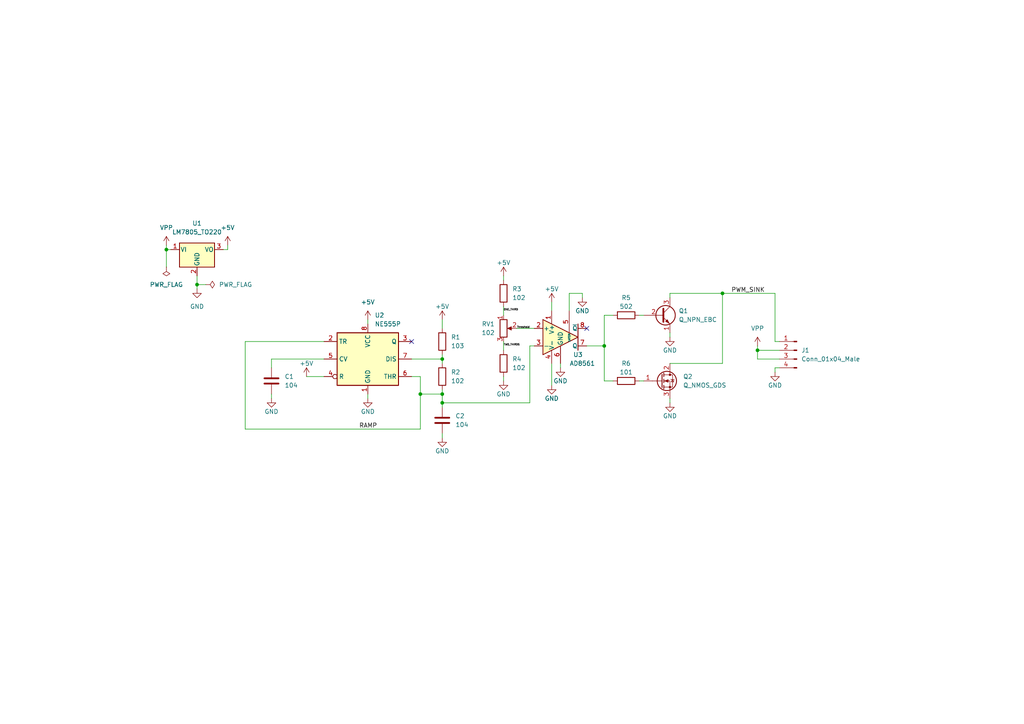
<source format=kicad_sch>
(kicad_sch (version 20211123) (generator eeschema)

  (uuid e63e39d7-6ac0-4ffd-8aa3-1841a4541b55)

  (paper "A4")

  (lib_symbols
    (symbol "Comparator:AD8561" (pin_names (offset 0.127)) (in_bom yes) (on_board yes)
      (property "Reference" "U" (id 0) (at 3.81 6.35 0)
        (effects (font (size 1.27 1.27)))
      )
      (property "Value" "AD8561" (id 1) (at 3.81 -5.08 0)
        (effects (font (size 1.27 1.27)))
      )
      (property "Footprint" "" (id 2) (at 0 0 0)
        (effects (font (size 1.27 1.27)) hide)
      )
      (property "Datasheet" "https://www.analog.com/media/en/technical-documentation/data-sheets/ad8561.pdf" (id 3) (at 0 0 0)
        (effects (font (size 1.27 1.27)) hide)
      )
      (property "ki_keywords" "cmp complementary push-pull" (id 4) (at 0 0 0)
        (effects (font (size 1.27 1.27)) hide)
      )
      (property "ki_description" "Ultrafast 7 ns Single Supply Comparator, DIP-8/SOIC-8/TSSOP-8" (id 5) (at 0 0 0)
        (effects (font (size 1.27 1.27)) hide)
      )
      (property "ki_fp_filters" "SOIC*3.9x4.9mm*P1.27mm* TSSOP*4.4x3mm*P0.65mm* DIP*W7.62mm*" (id 6) (at 0 0 0)
        (effects (font (size 1.27 1.27)) hide)
      )
      (symbol "AD8561_0_1"
        (polyline
          (pts
            (xy 5.08 3.81)
            (xy 5.08 -3.81)
          )
          (stroke (width 0.254) (type default) (color 0 0 0 0))
          (fill (type none))
        )
        (polyline
          (pts
            (xy -5.08 5.08)
            (xy 5.08 0)
            (xy -5.08 -5.08)
            (xy -5.08 5.08)
          )
          (stroke (width 0.254) (type default) (color 0 0 0 0))
          (fill (type background))
        )
      )
      (symbol "AD8561_1_1"
        (pin power_in line (at -2.54 7.62 270) (length 3.81)
          (name "V+" (effects (font (size 1.27 1.27))))
          (number "1" (effects (font (size 1.27 1.27))))
        )
        (pin input line (at -7.62 2.54 0) (length 2.54)
          (name "+" (effects (font (size 1.27 1.27))))
          (number "2" (effects (font (size 1.27 1.27))))
        )
        (pin input line (at -7.62 -2.54 0) (length 2.54)
          (name "-" (effects (font (size 1.27 1.27))))
          (number "3" (effects (font (size 1.27 1.27))))
        )
        (pin power_in line (at -2.54 -7.62 90) (length 3.81)
          (name "V-" (effects (font (size 1.27 1.27))))
          (number "4" (effects (font (size 1.27 1.27))))
        )
        (pin input line (at 2.54 7.62 270) (length 6.35)
          (name "LATCH" (effects (font (size 0.508 0.508))))
          (number "5" (effects (font (size 1.27 1.27))))
        )
        (pin power_in line (at 0 -7.62 90) (length 5.08)
          (name "GND" (effects (font (size 1.27 1.27))))
          (number "6" (effects (font (size 1.27 1.27))))
        )
        (pin output line (at 7.62 -2.54 180) (length 2.54)
          (name "Q" (effects (font (size 1.27 1.27))))
          (number "7" (effects (font (size 1.27 1.27))))
        )
        (pin output line (at 7.62 2.54 180) (length 2.54)
          (name "~{Q}" (effects (font (size 1.27 1.27))))
          (number "8" (effects (font (size 1.27 1.27))))
        )
      )
    )
    (symbol "Connector:Conn_01x04_Male" (pin_names (offset 1.016) hide) (in_bom yes) (on_board yes)
      (property "Reference" "J" (id 0) (at 0 5.08 0)
        (effects (font (size 1.27 1.27)))
      )
      (property "Value" "Conn_01x04_Male" (id 1) (at 0 -7.62 0)
        (effects (font (size 1.27 1.27)))
      )
      (property "Footprint" "" (id 2) (at 0 0 0)
        (effects (font (size 1.27 1.27)) hide)
      )
      (property "Datasheet" "~" (id 3) (at 0 0 0)
        (effects (font (size 1.27 1.27)) hide)
      )
      (property "ki_keywords" "connector" (id 4) (at 0 0 0)
        (effects (font (size 1.27 1.27)) hide)
      )
      (property "ki_description" "Generic connector, single row, 01x04, script generated (kicad-library-utils/schlib/autogen/connector/)" (id 5) (at 0 0 0)
        (effects (font (size 1.27 1.27)) hide)
      )
      (property "ki_fp_filters" "Connector*:*_1x??_*" (id 6) (at 0 0 0)
        (effects (font (size 1.27 1.27)) hide)
      )
      (symbol "Conn_01x04_Male_1_1"
        (polyline
          (pts
            (xy 1.27 -5.08)
            (xy 0.8636 -5.08)
          )
          (stroke (width 0.1524) (type default) (color 0 0 0 0))
          (fill (type none))
        )
        (polyline
          (pts
            (xy 1.27 -2.54)
            (xy 0.8636 -2.54)
          )
          (stroke (width 0.1524) (type default) (color 0 0 0 0))
          (fill (type none))
        )
        (polyline
          (pts
            (xy 1.27 0)
            (xy 0.8636 0)
          )
          (stroke (width 0.1524) (type default) (color 0 0 0 0))
          (fill (type none))
        )
        (polyline
          (pts
            (xy 1.27 2.54)
            (xy 0.8636 2.54)
          )
          (stroke (width 0.1524) (type default) (color 0 0 0 0))
          (fill (type none))
        )
        (rectangle (start 0.8636 -4.953) (end 0 -5.207)
          (stroke (width 0.1524) (type default) (color 0 0 0 0))
          (fill (type outline))
        )
        (rectangle (start 0.8636 -2.413) (end 0 -2.667)
          (stroke (width 0.1524) (type default) (color 0 0 0 0))
          (fill (type outline))
        )
        (rectangle (start 0.8636 0.127) (end 0 -0.127)
          (stroke (width 0.1524) (type default) (color 0 0 0 0))
          (fill (type outline))
        )
        (rectangle (start 0.8636 2.667) (end 0 2.413)
          (stroke (width 0.1524) (type default) (color 0 0 0 0))
          (fill (type outline))
        )
        (pin passive line (at 5.08 2.54 180) (length 3.81)
          (name "Pin_1" (effects (font (size 1.27 1.27))))
          (number "1" (effects (font (size 1.27 1.27))))
        )
        (pin passive line (at 5.08 0 180) (length 3.81)
          (name "Pin_2" (effects (font (size 1.27 1.27))))
          (number "2" (effects (font (size 1.27 1.27))))
        )
        (pin passive line (at 5.08 -2.54 180) (length 3.81)
          (name "Pin_3" (effects (font (size 1.27 1.27))))
          (number "3" (effects (font (size 1.27 1.27))))
        )
        (pin passive line (at 5.08 -5.08 180) (length 3.81)
          (name "Pin_4" (effects (font (size 1.27 1.27))))
          (number "4" (effects (font (size 1.27 1.27))))
        )
      )
    )
    (symbol "Device:C" (pin_numbers hide) (pin_names (offset 0.254)) (in_bom yes) (on_board yes)
      (property "Reference" "C" (id 0) (at 0.635 2.54 0)
        (effects (font (size 1.27 1.27)) (justify left))
      )
      (property "Value" "C" (id 1) (at 0.635 -2.54 0)
        (effects (font (size 1.27 1.27)) (justify left))
      )
      (property "Footprint" "" (id 2) (at 0.9652 -3.81 0)
        (effects (font (size 1.27 1.27)) hide)
      )
      (property "Datasheet" "~" (id 3) (at 0 0 0)
        (effects (font (size 1.27 1.27)) hide)
      )
      (property "ki_keywords" "cap capacitor" (id 4) (at 0 0 0)
        (effects (font (size 1.27 1.27)) hide)
      )
      (property "ki_description" "Unpolarized capacitor" (id 5) (at 0 0 0)
        (effects (font (size 1.27 1.27)) hide)
      )
      (property "ki_fp_filters" "C_*" (id 6) (at 0 0 0)
        (effects (font (size 1.27 1.27)) hide)
      )
      (symbol "C_0_1"
        (polyline
          (pts
            (xy -2.032 -0.762)
            (xy 2.032 -0.762)
          )
          (stroke (width 0.508) (type default) (color 0 0 0 0))
          (fill (type none))
        )
        (polyline
          (pts
            (xy -2.032 0.762)
            (xy 2.032 0.762)
          )
          (stroke (width 0.508) (type default) (color 0 0 0 0))
          (fill (type none))
        )
      )
      (symbol "C_1_1"
        (pin passive line (at 0 3.81 270) (length 2.794)
          (name "~" (effects (font (size 1.27 1.27))))
          (number "1" (effects (font (size 1.27 1.27))))
        )
        (pin passive line (at 0 -3.81 90) (length 2.794)
          (name "~" (effects (font (size 1.27 1.27))))
          (number "2" (effects (font (size 1.27 1.27))))
        )
      )
    )
    (symbol "Device:Q_NMOS_GDS" (pin_names (offset 0) hide) (in_bom yes) (on_board yes)
      (property "Reference" "Q" (id 0) (at 5.08 1.27 0)
        (effects (font (size 1.27 1.27)) (justify left))
      )
      (property "Value" "Q_NMOS_GDS" (id 1) (at 5.08 -1.27 0)
        (effects (font (size 1.27 1.27)) (justify left))
      )
      (property "Footprint" "" (id 2) (at 5.08 2.54 0)
        (effects (font (size 1.27 1.27)) hide)
      )
      (property "Datasheet" "~" (id 3) (at 0 0 0)
        (effects (font (size 1.27 1.27)) hide)
      )
      (property "ki_keywords" "transistor NMOS N-MOS N-MOSFET" (id 4) (at 0 0 0)
        (effects (font (size 1.27 1.27)) hide)
      )
      (property "ki_description" "N-MOSFET transistor, gate/drain/source" (id 5) (at 0 0 0)
        (effects (font (size 1.27 1.27)) hide)
      )
      (symbol "Q_NMOS_GDS_0_1"
        (polyline
          (pts
            (xy 0.254 0)
            (xy -2.54 0)
          )
          (stroke (width 0) (type default) (color 0 0 0 0))
          (fill (type none))
        )
        (polyline
          (pts
            (xy 0.254 1.905)
            (xy 0.254 -1.905)
          )
          (stroke (width 0.254) (type default) (color 0 0 0 0))
          (fill (type none))
        )
        (polyline
          (pts
            (xy 0.762 -1.27)
            (xy 0.762 -2.286)
          )
          (stroke (width 0.254) (type default) (color 0 0 0 0))
          (fill (type none))
        )
        (polyline
          (pts
            (xy 0.762 0.508)
            (xy 0.762 -0.508)
          )
          (stroke (width 0.254) (type default) (color 0 0 0 0))
          (fill (type none))
        )
        (polyline
          (pts
            (xy 0.762 2.286)
            (xy 0.762 1.27)
          )
          (stroke (width 0.254) (type default) (color 0 0 0 0))
          (fill (type none))
        )
        (polyline
          (pts
            (xy 2.54 2.54)
            (xy 2.54 1.778)
          )
          (stroke (width 0) (type default) (color 0 0 0 0))
          (fill (type none))
        )
        (polyline
          (pts
            (xy 2.54 -2.54)
            (xy 2.54 0)
            (xy 0.762 0)
          )
          (stroke (width 0) (type default) (color 0 0 0 0))
          (fill (type none))
        )
        (polyline
          (pts
            (xy 0.762 -1.778)
            (xy 3.302 -1.778)
            (xy 3.302 1.778)
            (xy 0.762 1.778)
          )
          (stroke (width 0) (type default) (color 0 0 0 0))
          (fill (type none))
        )
        (polyline
          (pts
            (xy 1.016 0)
            (xy 2.032 0.381)
            (xy 2.032 -0.381)
            (xy 1.016 0)
          )
          (stroke (width 0) (type default) (color 0 0 0 0))
          (fill (type outline))
        )
        (polyline
          (pts
            (xy 2.794 0.508)
            (xy 2.921 0.381)
            (xy 3.683 0.381)
            (xy 3.81 0.254)
          )
          (stroke (width 0) (type default) (color 0 0 0 0))
          (fill (type none))
        )
        (polyline
          (pts
            (xy 3.302 0.381)
            (xy 2.921 -0.254)
            (xy 3.683 -0.254)
            (xy 3.302 0.381)
          )
          (stroke (width 0) (type default) (color 0 0 0 0))
          (fill (type none))
        )
        (circle (center 1.651 0) (radius 2.794)
          (stroke (width 0.254) (type default) (color 0 0 0 0))
          (fill (type none))
        )
        (circle (center 2.54 -1.778) (radius 0.254)
          (stroke (width 0) (type default) (color 0 0 0 0))
          (fill (type outline))
        )
        (circle (center 2.54 1.778) (radius 0.254)
          (stroke (width 0) (type default) (color 0 0 0 0))
          (fill (type outline))
        )
      )
      (symbol "Q_NMOS_GDS_1_1"
        (pin input line (at -5.08 0 0) (length 2.54)
          (name "G" (effects (font (size 1.27 1.27))))
          (number "1" (effects (font (size 1.27 1.27))))
        )
        (pin passive line (at 2.54 5.08 270) (length 2.54)
          (name "D" (effects (font (size 1.27 1.27))))
          (number "2" (effects (font (size 1.27 1.27))))
        )
        (pin passive line (at 2.54 -5.08 90) (length 2.54)
          (name "S" (effects (font (size 1.27 1.27))))
          (number "3" (effects (font (size 1.27 1.27))))
        )
      )
    )
    (symbol "Device:Q_NPN_EBC" (pin_names (offset 0) hide) (in_bom yes) (on_board yes)
      (property "Reference" "Q" (id 0) (at 5.08 1.27 0)
        (effects (font (size 1.27 1.27)) (justify left))
      )
      (property "Value" "Q_NPN_EBC" (id 1) (at 5.08 -1.27 0)
        (effects (font (size 1.27 1.27)) (justify left))
      )
      (property "Footprint" "" (id 2) (at 5.08 2.54 0)
        (effects (font (size 1.27 1.27)) hide)
      )
      (property "Datasheet" "~" (id 3) (at 0 0 0)
        (effects (font (size 1.27 1.27)) hide)
      )
      (property "ki_keywords" "transistor NPN" (id 4) (at 0 0 0)
        (effects (font (size 1.27 1.27)) hide)
      )
      (property "ki_description" "NPN transistor, emitter/base/collector" (id 5) (at 0 0 0)
        (effects (font (size 1.27 1.27)) hide)
      )
      (symbol "Q_NPN_EBC_0_1"
        (polyline
          (pts
            (xy 0.635 0.635)
            (xy 2.54 2.54)
          )
          (stroke (width 0) (type default) (color 0 0 0 0))
          (fill (type none))
        )
        (polyline
          (pts
            (xy 0.635 -0.635)
            (xy 2.54 -2.54)
            (xy 2.54 -2.54)
          )
          (stroke (width 0) (type default) (color 0 0 0 0))
          (fill (type none))
        )
        (polyline
          (pts
            (xy 0.635 1.905)
            (xy 0.635 -1.905)
            (xy 0.635 -1.905)
          )
          (stroke (width 0.508) (type default) (color 0 0 0 0))
          (fill (type none))
        )
        (polyline
          (pts
            (xy 1.27 -1.778)
            (xy 1.778 -1.27)
            (xy 2.286 -2.286)
            (xy 1.27 -1.778)
            (xy 1.27 -1.778)
          )
          (stroke (width 0) (type default) (color 0 0 0 0))
          (fill (type outline))
        )
        (circle (center 1.27 0) (radius 2.8194)
          (stroke (width 0.254) (type default) (color 0 0 0 0))
          (fill (type none))
        )
      )
      (symbol "Q_NPN_EBC_1_1"
        (pin passive line (at 2.54 -5.08 90) (length 2.54)
          (name "E" (effects (font (size 1.27 1.27))))
          (number "1" (effects (font (size 1.27 1.27))))
        )
        (pin passive line (at -5.08 0 0) (length 5.715)
          (name "B" (effects (font (size 1.27 1.27))))
          (number "2" (effects (font (size 1.27 1.27))))
        )
        (pin passive line (at 2.54 5.08 270) (length 2.54)
          (name "C" (effects (font (size 1.27 1.27))))
          (number "3" (effects (font (size 1.27 1.27))))
        )
      )
    )
    (symbol "Device:R" (pin_numbers hide) (pin_names (offset 0)) (in_bom yes) (on_board yes)
      (property "Reference" "R" (id 0) (at 2.032 0 90)
        (effects (font (size 1.27 1.27)))
      )
      (property "Value" "R" (id 1) (at 0 0 90)
        (effects (font (size 1.27 1.27)))
      )
      (property "Footprint" "" (id 2) (at -1.778 0 90)
        (effects (font (size 1.27 1.27)) hide)
      )
      (property "Datasheet" "~" (id 3) (at 0 0 0)
        (effects (font (size 1.27 1.27)) hide)
      )
      (property "ki_keywords" "R res resistor" (id 4) (at 0 0 0)
        (effects (font (size 1.27 1.27)) hide)
      )
      (property "ki_description" "Resistor" (id 5) (at 0 0 0)
        (effects (font (size 1.27 1.27)) hide)
      )
      (property "ki_fp_filters" "R_*" (id 6) (at 0 0 0)
        (effects (font (size 1.27 1.27)) hide)
      )
      (symbol "R_0_1"
        (rectangle (start -1.016 -2.54) (end 1.016 2.54)
          (stroke (width 0.254) (type default) (color 0 0 0 0))
          (fill (type none))
        )
      )
      (symbol "R_1_1"
        (pin passive line (at 0 3.81 270) (length 1.27)
          (name "~" (effects (font (size 1.27 1.27))))
          (number "1" (effects (font (size 1.27 1.27))))
        )
        (pin passive line (at 0 -3.81 90) (length 1.27)
          (name "~" (effects (font (size 1.27 1.27))))
          (number "2" (effects (font (size 1.27 1.27))))
        )
      )
    )
    (symbol "Device:R_Potentiometer" (pin_names (offset 1.016) hide) (in_bom yes) (on_board yes)
      (property "Reference" "RV" (id 0) (at -4.445 0 90)
        (effects (font (size 1.27 1.27)))
      )
      (property "Value" "R_Potentiometer" (id 1) (at -2.54 0 90)
        (effects (font (size 1.27 1.27)))
      )
      (property "Footprint" "" (id 2) (at 0 0 0)
        (effects (font (size 1.27 1.27)) hide)
      )
      (property "Datasheet" "~" (id 3) (at 0 0 0)
        (effects (font (size 1.27 1.27)) hide)
      )
      (property "ki_keywords" "resistor variable" (id 4) (at 0 0 0)
        (effects (font (size 1.27 1.27)) hide)
      )
      (property "ki_description" "Potentiometer" (id 5) (at 0 0 0)
        (effects (font (size 1.27 1.27)) hide)
      )
      (property "ki_fp_filters" "Potentiometer*" (id 6) (at 0 0 0)
        (effects (font (size 1.27 1.27)) hide)
      )
      (symbol "R_Potentiometer_0_1"
        (polyline
          (pts
            (xy 2.54 0)
            (xy 1.524 0)
          )
          (stroke (width 0) (type default) (color 0 0 0 0))
          (fill (type none))
        )
        (polyline
          (pts
            (xy 1.143 0)
            (xy 2.286 0.508)
            (xy 2.286 -0.508)
            (xy 1.143 0)
          )
          (stroke (width 0) (type default) (color 0 0 0 0))
          (fill (type outline))
        )
        (rectangle (start 1.016 2.54) (end -1.016 -2.54)
          (stroke (width 0.254) (type default) (color 0 0 0 0))
          (fill (type none))
        )
      )
      (symbol "R_Potentiometer_1_1"
        (pin passive line (at 0 3.81 270) (length 1.27)
          (name "1" (effects (font (size 1.27 1.27))))
          (number "1" (effects (font (size 1.27 1.27))))
        )
        (pin passive line (at 3.81 0 180) (length 1.27)
          (name "2" (effects (font (size 1.27 1.27))))
          (number "2" (effects (font (size 1.27 1.27))))
        )
        (pin passive line (at 0 -3.81 90) (length 1.27)
          (name "3" (effects (font (size 1.27 1.27))))
          (number "3" (effects (font (size 1.27 1.27))))
        )
      )
    )
    (symbol "Regulator_Linear:LM7805_TO220" (pin_names (offset 0.254)) (in_bom yes) (on_board yes)
      (property "Reference" "U" (id 0) (at -3.81 3.175 0)
        (effects (font (size 1.27 1.27)))
      )
      (property "Value" "LM7805_TO220" (id 1) (at 0 3.175 0)
        (effects (font (size 1.27 1.27)) (justify left))
      )
      (property "Footprint" "Package_TO_SOT_THT:TO-220-3_Vertical" (id 2) (at 0 5.715 0)
        (effects (font (size 1.27 1.27) italic) hide)
      )
      (property "Datasheet" "https://www.onsemi.cn/PowerSolutions/document/MC7800-D.PDF" (id 3) (at 0 -1.27 0)
        (effects (font (size 1.27 1.27)) hide)
      )
      (property "ki_keywords" "Voltage Regulator 1A Positive" (id 4) (at 0 0 0)
        (effects (font (size 1.27 1.27)) hide)
      )
      (property "ki_description" "Positive 1A 35V Linear Regulator, Fixed Output 5V, TO-220" (id 5) (at 0 0 0)
        (effects (font (size 1.27 1.27)) hide)
      )
      (property "ki_fp_filters" "TO?220*" (id 6) (at 0 0 0)
        (effects (font (size 1.27 1.27)) hide)
      )
      (symbol "LM7805_TO220_0_1"
        (rectangle (start -5.08 1.905) (end 5.08 -5.08)
          (stroke (width 0.254) (type default) (color 0 0 0 0))
          (fill (type background))
        )
      )
      (symbol "LM7805_TO220_1_1"
        (pin power_in line (at -7.62 0 0) (length 2.54)
          (name "VI" (effects (font (size 1.27 1.27))))
          (number "1" (effects (font (size 1.27 1.27))))
        )
        (pin power_in line (at 0 -7.62 90) (length 2.54)
          (name "GND" (effects (font (size 1.27 1.27))))
          (number "2" (effects (font (size 1.27 1.27))))
        )
        (pin power_out line (at 7.62 0 180) (length 2.54)
          (name "VO" (effects (font (size 1.27 1.27))))
          (number "3" (effects (font (size 1.27 1.27))))
        )
      )
    )
    (symbol "Timer:NE555P" (in_bom yes) (on_board yes)
      (property "Reference" "U" (id 0) (at -10.16 8.89 0)
        (effects (font (size 1.27 1.27)) (justify left))
      )
      (property "Value" "NE555P" (id 1) (at 2.54 8.89 0)
        (effects (font (size 1.27 1.27)) (justify left))
      )
      (property "Footprint" "Package_DIP:DIP-8_W7.62mm" (id 2) (at 16.51 -10.16 0)
        (effects (font (size 1.27 1.27)) hide)
      )
      (property "Datasheet" "http://www.ti.com/lit/ds/symlink/ne555.pdf" (id 3) (at 21.59 -10.16 0)
        (effects (font (size 1.27 1.27)) hide)
      )
      (property "ki_keywords" "single timer 555" (id 4) (at 0 0 0)
        (effects (font (size 1.27 1.27)) hide)
      )
      (property "ki_description" "Precision Timers, 555 compatible,  PDIP-8" (id 5) (at 0 0 0)
        (effects (font (size 1.27 1.27)) hide)
      )
      (property "ki_fp_filters" "DIP*W7.62mm*" (id 6) (at 0 0 0)
        (effects (font (size 1.27 1.27)) hide)
      )
      (symbol "NE555P_0_0"
        (pin power_in line (at 0 -10.16 90) (length 2.54)
          (name "GND" (effects (font (size 1.27 1.27))))
          (number "1" (effects (font (size 1.27 1.27))))
        )
        (pin power_in line (at 0 10.16 270) (length 2.54)
          (name "VCC" (effects (font (size 1.27 1.27))))
          (number "8" (effects (font (size 1.27 1.27))))
        )
      )
      (symbol "NE555P_0_1"
        (rectangle (start -8.89 -7.62) (end 8.89 7.62)
          (stroke (width 0.254) (type default) (color 0 0 0 0))
          (fill (type background))
        )
        (rectangle (start -8.89 -7.62) (end 8.89 7.62)
          (stroke (width 0.254) (type default) (color 0 0 0 0))
          (fill (type background))
        )
      )
      (symbol "NE555P_1_1"
        (pin input line (at -12.7 5.08 0) (length 3.81)
          (name "TR" (effects (font (size 1.27 1.27))))
          (number "2" (effects (font (size 1.27 1.27))))
        )
        (pin output line (at 12.7 5.08 180) (length 3.81)
          (name "Q" (effects (font (size 1.27 1.27))))
          (number "3" (effects (font (size 1.27 1.27))))
        )
        (pin input inverted (at -12.7 -5.08 0) (length 3.81)
          (name "R" (effects (font (size 1.27 1.27))))
          (number "4" (effects (font (size 1.27 1.27))))
        )
        (pin input line (at -12.7 0 0) (length 3.81)
          (name "CV" (effects (font (size 1.27 1.27))))
          (number "5" (effects (font (size 1.27 1.27))))
        )
        (pin input line (at 12.7 -5.08 180) (length 3.81)
          (name "THR" (effects (font (size 1.27 1.27))))
          (number "6" (effects (font (size 1.27 1.27))))
        )
        (pin input line (at 12.7 0 180) (length 3.81)
          (name "DIS" (effects (font (size 1.27 1.27))))
          (number "7" (effects (font (size 1.27 1.27))))
        )
      )
    )
    (symbol "power:+5V" (power) (pin_names (offset 0)) (in_bom yes) (on_board yes)
      (property "Reference" "#PWR" (id 0) (at 0 -3.81 0)
        (effects (font (size 1.27 1.27)) hide)
      )
      (property "Value" "+5V" (id 1) (at 0 3.556 0)
        (effects (font (size 1.27 1.27)))
      )
      (property "Footprint" "" (id 2) (at 0 0 0)
        (effects (font (size 1.27 1.27)) hide)
      )
      (property "Datasheet" "" (id 3) (at 0 0 0)
        (effects (font (size 1.27 1.27)) hide)
      )
      (property "ki_keywords" "power-flag" (id 4) (at 0 0 0)
        (effects (font (size 1.27 1.27)) hide)
      )
      (property "ki_description" "Power symbol creates a global label with name \"+5V\"" (id 5) (at 0 0 0)
        (effects (font (size 1.27 1.27)) hide)
      )
      (symbol "+5V_0_1"
        (polyline
          (pts
            (xy -0.762 1.27)
            (xy 0 2.54)
          )
          (stroke (width 0) (type default) (color 0 0 0 0))
          (fill (type none))
        )
        (polyline
          (pts
            (xy 0 0)
            (xy 0 2.54)
          )
          (stroke (width 0) (type default) (color 0 0 0 0))
          (fill (type none))
        )
        (polyline
          (pts
            (xy 0 2.54)
            (xy 0.762 1.27)
          )
          (stroke (width 0) (type default) (color 0 0 0 0))
          (fill (type none))
        )
      )
      (symbol "+5V_1_1"
        (pin power_in line (at 0 0 90) (length 0) hide
          (name "+5V" (effects (font (size 1.27 1.27))))
          (number "1" (effects (font (size 1.27 1.27))))
        )
      )
    )
    (symbol "power:GND" (power) (pin_names (offset 0)) (in_bom yes) (on_board yes)
      (property "Reference" "#PWR" (id 0) (at 0 -6.35 0)
        (effects (font (size 1.27 1.27)) hide)
      )
      (property "Value" "GND" (id 1) (at 0 -3.81 0)
        (effects (font (size 1.27 1.27)))
      )
      (property "Footprint" "" (id 2) (at 0 0 0)
        (effects (font (size 1.27 1.27)) hide)
      )
      (property "Datasheet" "" (id 3) (at 0 0 0)
        (effects (font (size 1.27 1.27)) hide)
      )
      (property "ki_keywords" "power-flag" (id 4) (at 0 0 0)
        (effects (font (size 1.27 1.27)) hide)
      )
      (property "ki_description" "Power symbol creates a global label with name \"GND\" , ground" (id 5) (at 0 0 0)
        (effects (font (size 1.27 1.27)) hide)
      )
      (symbol "GND_0_1"
        (polyline
          (pts
            (xy 0 0)
            (xy 0 -1.27)
            (xy 1.27 -1.27)
            (xy 0 -2.54)
            (xy -1.27 -1.27)
            (xy 0 -1.27)
          )
          (stroke (width 0) (type default) (color 0 0 0 0))
          (fill (type none))
        )
      )
      (symbol "GND_1_1"
        (pin power_in line (at 0 0 270) (length 0) hide
          (name "GND" (effects (font (size 1.27 1.27))))
          (number "1" (effects (font (size 1.27 1.27))))
        )
      )
    )
    (symbol "power:PWR_FLAG" (power) (pin_numbers hide) (pin_names (offset 0) hide) (in_bom yes) (on_board yes)
      (property "Reference" "#FLG" (id 0) (at 0 1.905 0)
        (effects (font (size 1.27 1.27)) hide)
      )
      (property "Value" "PWR_FLAG" (id 1) (at 0 3.81 0)
        (effects (font (size 1.27 1.27)))
      )
      (property "Footprint" "" (id 2) (at 0 0 0)
        (effects (font (size 1.27 1.27)) hide)
      )
      (property "Datasheet" "~" (id 3) (at 0 0 0)
        (effects (font (size 1.27 1.27)) hide)
      )
      (property "ki_keywords" "power-flag" (id 4) (at 0 0 0)
        (effects (font (size 1.27 1.27)) hide)
      )
      (property "ki_description" "Special symbol for telling ERC where power comes from" (id 5) (at 0 0 0)
        (effects (font (size 1.27 1.27)) hide)
      )
      (symbol "PWR_FLAG_0_0"
        (pin power_out line (at 0 0 90) (length 0)
          (name "pwr" (effects (font (size 1.27 1.27))))
          (number "1" (effects (font (size 1.27 1.27))))
        )
      )
      (symbol "PWR_FLAG_0_1"
        (polyline
          (pts
            (xy 0 0)
            (xy 0 1.27)
            (xy -1.016 1.905)
            (xy 0 2.54)
            (xy 1.016 1.905)
            (xy 0 1.27)
          )
          (stroke (width 0) (type default) (color 0 0 0 0))
          (fill (type none))
        )
      )
    )
    (symbol "power:VPP" (power) (pin_names (offset 0)) (in_bom yes) (on_board yes)
      (property "Reference" "#PWR" (id 0) (at 0 -3.81 0)
        (effects (font (size 1.27 1.27)) hide)
      )
      (property "Value" "VPP" (id 1) (at 0 3.81 0)
        (effects (font (size 1.27 1.27)))
      )
      (property "Footprint" "" (id 2) (at 0 0 0)
        (effects (font (size 1.27 1.27)) hide)
      )
      (property "Datasheet" "" (id 3) (at 0 0 0)
        (effects (font (size 1.27 1.27)) hide)
      )
      (property "ki_keywords" "power-flag" (id 4) (at 0 0 0)
        (effects (font (size 1.27 1.27)) hide)
      )
      (property "ki_description" "Power symbol creates a global label with name \"VPP\"" (id 5) (at 0 0 0)
        (effects (font (size 1.27 1.27)) hide)
      )
      (symbol "VPP_0_1"
        (polyline
          (pts
            (xy -0.762 1.27)
            (xy 0 2.54)
          )
          (stroke (width 0) (type default) (color 0 0 0 0))
          (fill (type none))
        )
        (polyline
          (pts
            (xy 0 0)
            (xy 0 2.54)
          )
          (stroke (width 0) (type default) (color 0 0 0 0))
          (fill (type none))
        )
        (polyline
          (pts
            (xy 0 2.54)
            (xy 0.762 1.27)
          )
          (stroke (width 0) (type default) (color 0 0 0 0))
          (fill (type none))
        )
      )
      (symbol "VPP_1_1"
        (pin power_in line (at 0 0 90) (length 0) hide
          (name "VPP" (effects (font (size 1.27 1.27))))
          (number "1" (effects (font (size 1.27 1.27))))
        )
      )
    )
  )

  (junction (at 48.26 72.39) (diameter 0) (color 0 0 0 0)
    (uuid 0b83e551-4753-42ab-b280-7d20459c07a2)
  )
  (junction (at 128.27 114.3) (diameter 0) (color 0 0 0 0)
    (uuid 0e437561-f3ab-4487-ad43-8e2812b0b10c)
  )
  (junction (at 57.15 82.55) (diameter 0) (color 0 0 0 0)
    (uuid 12410a39-00c3-4a46-84f5-06ab2b662697)
  )
  (junction (at 209.55 85.09) (diameter 0) (color 0 0 0 0)
    (uuid 1d7a0eb3-4134-4405-9ef5-56bfc2456123)
  )
  (junction (at 128.27 104.14) (diameter 0) (color 0 0 0 0)
    (uuid 3db789a2-09bf-4eb9-a8d2-b664a5771886)
  )
  (junction (at 175.26 100.33) (diameter 0) (color 0 0 0 0)
    (uuid 48195967-6e76-4b9c-a8dd-bfa51c292f9e)
  )
  (junction (at 219.71 101.6) (diameter 0) (color 0 0 0 0)
    (uuid 4ec6aaf5-6c1f-4b9c-a9ab-f4633f059ce9)
  )
  (junction (at 128.27 116.84) (diameter 0) (color 0 0 0 0)
    (uuid 7d0daf31-068e-44da-b4d2-c595728bebe1)
  )
  (junction (at 121.92 114.3) (diameter 0) (color 0 0 0 0)
    (uuid 8a363c13-f784-4c60-bbb5-468e8edea090)
  )

  (no_connect (at 170.18 95.25) (uuid 0f146e31-7c23-40e5-b623-88e61c60b7b1))
  (no_connect (at 119.38 99.06) (uuid d95735c2-955f-42a8-b97a-fef6874c47dd))

  (wire (pts (xy 93.98 109.22) (xy 88.9 109.22))
    (stroke (width 0) (type default) (color 0 0 0 0))
    (uuid 055bdf6c-8cc3-4825-bfa6-d4d011a61b81)
  )
  (wire (pts (xy 71.12 124.46) (xy 71.12 99.06))
    (stroke (width 0) (type default) (color 0 0 0 0))
    (uuid 0869ae1b-9702-4d24-a110-a1338d4c5ba1)
  )
  (wire (pts (xy 48.26 72.39) (xy 49.53 72.39))
    (stroke (width 0) (type default) (color 0 0 0 0))
    (uuid 09d9d876-4e18-4da3-91ce-80bd581f1a51)
  )
  (wire (pts (xy 119.38 109.22) (xy 121.92 109.22))
    (stroke (width 0) (type default) (color 0 0 0 0))
    (uuid 0ce82f5d-e1c6-4085-a0b6-ee39665453a9)
  )
  (wire (pts (xy 64.77 72.39) (xy 66.04 72.39))
    (stroke (width 0) (type default) (color 0 0 0 0))
    (uuid 123e8313-9695-44df-910a-bb6b5994b6ec)
  )
  (wire (pts (xy 175.26 100.33) (xy 175.26 110.49))
    (stroke (width 0) (type default) (color 0 0 0 0))
    (uuid 159e04d9-98c5-4868-9f90-f9728909f6b8)
  )
  (wire (pts (xy 226.06 104.14) (xy 219.71 104.14))
    (stroke (width 0) (type default) (color 0 0 0 0))
    (uuid 163c3987-fa41-4a27-b650-0ad78c6cf700)
  )
  (wire (pts (xy 57.15 80.01) (xy 57.15 82.55))
    (stroke (width 0) (type default) (color 0 0 0 0))
    (uuid 17b49cae-67be-4e9f-b8ef-be3a16a70b6c)
  )
  (wire (pts (xy 162.56 106.68) (xy 162.56 105.41))
    (stroke (width 0) (type default) (color 0 0 0 0))
    (uuid 1f68f2ad-2af6-4108-b3b8-fc9e10208db6)
  )
  (wire (pts (xy 153.67 100.33) (xy 154.94 100.33))
    (stroke (width 0) (type default) (color 0 0 0 0))
    (uuid 2234c293-6180-42f9-9259-19911c322185)
  )
  (wire (pts (xy 194.31 85.09) (xy 194.31 86.36))
    (stroke (width 0) (type default) (color 0 0 0 0))
    (uuid 231a8f91-2967-4d1a-885d-693f5373b025)
  )
  (wire (pts (xy 71.12 99.06) (xy 93.98 99.06))
    (stroke (width 0) (type default) (color 0 0 0 0))
    (uuid 24a43070-6c90-4534-a00b-416aca2bb8f4)
  )
  (wire (pts (xy 185.42 110.49) (xy 186.69 110.49))
    (stroke (width 0) (type default) (color 0 0 0 0))
    (uuid 263ffcb0-658c-4af1-917b-04f8e6e32919)
  )
  (wire (pts (xy 78.74 114.3) (xy 78.74 115.57))
    (stroke (width 0) (type default) (color 0 0 0 0))
    (uuid 27829c8a-1bfb-4dde-9df8-3699bdefa6d1)
  )
  (wire (pts (xy 175.26 91.44) (xy 177.8 91.44))
    (stroke (width 0) (type default) (color 0 0 0 0))
    (uuid 27f2aee9-b70a-446e-8ae3-81ee3cf52285)
  )
  (wire (pts (xy 226.06 99.06) (xy 224.79 99.06))
    (stroke (width 0) (type default) (color 0 0 0 0))
    (uuid 29161174-fb07-48d1-816b-94d43f35969c)
  )
  (wire (pts (xy 121.92 109.22) (xy 121.92 114.3))
    (stroke (width 0) (type default) (color 0 0 0 0))
    (uuid 3069097f-8225-4779-9d2d-f95b7d9403d5)
  )
  (wire (pts (xy 209.55 85.09) (xy 194.31 85.09))
    (stroke (width 0) (type default) (color 0 0 0 0))
    (uuid 3120e508-eda7-41a0-a0e1-ff30f6eb26bf)
  )
  (wire (pts (xy 194.31 105.41) (xy 209.55 105.41))
    (stroke (width 0) (type default) (color 0 0 0 0))
    (uuid 3313bab6-90cb-4b52-be56-02a288268962)
  )
  (wire (pts (xy 119.38 104.14) (xy 128.27 104.14))
    (stroke (width 0) (type default) (color 0 0 0 0))
    (uuid 356489bd-14b6-41cf-a71e-d4af17969ef0)
  )
  (wire (pts (xy 224.79 99.06) (xy 224.79 85.09))
    (stroke (width 0) (type default) (color 0 0 0 0))
    (uuid 3da7707c-d9a4-4e6e-8f49-4725fed511fc)
  )
  (wire (pts (xy 93.98 104.14) (xy 78.74 104.14))
    (stroke (width 0) (type default) (color 0 0 0 0))
    (uuid 3f231aa1-a8bf-492f-b64a-5e6a3bca7429)
  )
  (wire (pts (xy 121.92 124.46) (xy 71.12 124.46))
    (stroke (width 0) (type default) (color 0 0 0 0))
    (uuid 48c04c06-fdd2-412e-b15d-e86dfc0e1ed7)
  )
  (wire (pts (xy 146.05 88.9) (xy 146.05 91.44))
    (stroke (width 0) (type default) (color 0 0 0 0))
    (uuid 4e4449e8-d620-4c12-bbb0-d6919cef9d54)
  )
  (wire (pts (xy 168.91 86.36) (xy 168.91 85.09))
    (stroke (width 0) (type default) (color 0 0 0 0))
    (uuid 5191e945-dee0-4282-b333-8f824d8ecf32)
  )
  (wire (pts (xy 128.27 102.87) (xy 128.27 104.14))
    (stroke (width 0) (type default) (color 0 0 0 0))
    (uuid 5848df90-dfd0-48a3-a9f5-11ca4649cb6b)
  )
  (wire (pts (xy 48.26 71.12) (xy 48.26 72.39))
    (stroke (width 0) (type default) (color 0 0 0 0))
    (uuid 588dfedd-7e26-4561-b018-567bc0c4743e)
  )
  (wire (pts (xy 160.02 105.41) (xy 160.02 111.76))
    (stroke (width 0) (type default) (color 0 0 0 0))
    (uuid 5d000647-b4d3-45f9-8bea-02770ce231b6)
  )
  (wire (pts (xy 106.68 114.3) (xy 106.68 115.57))
    (stroke (width 0) (type default) (color 0 0 0 0))
    (uuid 656c4441-438e-4367-aac7-cdb7eadf6479)
  )
  (wire (pts (xy 224.79 106.68) (xy 224.79 107.95))
    (stroke (width 0) (type default) (color 0 0 0 0))
    (uuid 665acddd-9588-497b-90c0-003b0dec2a33)
  )
  (wire (pts (xy 48.26 72.39) (xy 48.26 77.47))
    (stroke (width 0) (type default) (color 0 0 0 0))
    (uuid 6cec51fd-ef10-4b9c-a874-a580664dc6ea)
  )
  (wire (pts (xy 128.27 92.71) (xy 128.27 95.25))
    (stroke (width 0) (type default) (color 0 0 0 0))
    (uuid 76592f7d-7c5a-426d-b99c-b8a1c10138c3)
  )
  (wire (pts (xy 66.04 72.39) (xy 66.04 71.12))
    (stroke (width 0) (type default) (color 0 0 0 0))
    (uuid 77853c5b-53a9-47dc-ab10-1aff1471ad9e)
  )
  (wire (pts (xy 224.79 85.09) (xy 209.55 85.09))
    (stroke (width 0) (type default) (color 0 0 0 0))
    (uuid 79664f5c-499c-44ec-8a26-724b12399c2c)
  )
  (wire (pts (xy 153.67 100.33) (xy 153.67 116.84))
    (stroke (width 0) (type default) (color 0 0 0 0))
    (uuid 7f164f3c-8a62-49b6-b5a4-bbdd82ce9623)
  )
  (wire (pts (xy 170.18 100.33) (xy 175.26 100.33))
    (stroke (width 0) (type default) (color 0 0 0 0))
    (uuid 80952e21-eb5d-41ae-8411-ecc78a3fcedc)
  )
  (wire (pts (xy 209.55 105.41) (xy 209.55 85.09))
    (stroke (width 0) (type default) (color 0 0 0 0))
    (uuid 84a96d38-cf57-49cc-abee-63c31298f44a)
  )
  (wire (pts (xy 128.27 116.84) (xy 153.67 116.84))
    (stroke (width 0) (type default) (color 0 0 0 0))
    (uuid 85b7caab-06f0-421d-8662-c62cbfd90f2c)
  )
  (wire (pts (xy 128.27 104.14) (xy 128.27 105.41))
    (stroke (width 0) (type default) (color 0 0 0 0))
    (uuid 864b8362-7e0a-47c0-9bfd-7184da1c3abf)
  )
  (wire (pts (xy 57.15 82.55) (xy 59.69 82.55))
    (stroke (width 0) (type default) (color 0 0 0 0))
    (uuid 86a63a92-327d-469c-b5b7-c72d0b2b4936)
  )
  (wire (pts (xy 175.26 110.49) (xy 177.8 110.49))
    (stroke (width 0) (type default) (color 0 0 0 0))
    (uuid 8fb678ac-a85d-4fab-8fef-ff0ad92463c8)
  )
  (wire (pts (xy 146.05 109.22) (xy 146.05 110.49))
    (stroke (width 0) (type default) (color 0 0 0 0))
    (uuid 90e34eeb-b354-4336-ba88-356326bab1e1)
  )
  (wire (pts (xy 128.27 114.3) (xy 128.27 113.03))
    (stroke (width 0) (type default) (color 0 0 0 0))
    (uuid 9562bfc7-98f5-4b2a-83ca-4f5d4b1211dd)
  )
  (wire (pts (xy 128.27 125.73) (xy 128.27 127))
    (stroke (width 0) (type default) (color 0 0 0 0))
    (uuid 9f4667f9-54ae-44ac-8a1f-50f733ae7f4e)
  )
  (wire (pts (xy 194.31 115.57) (xy 194.31 116.84))
    (stroke (width 0) (type default) (color 0 0 0 0))
    (uuid a4ee86d8-62b9-4f8d-b7af-197fa71145f9)
  )
  (wire (pts (xy 226.06 106.68) (xy 224.79 106.68))
    (stroke (width 0) (type default) (color 0 0 0 0))
    (uuid aa37cb9a-b250-4a6a-935f-ef87568907e3)
  )
  (wire (pts (xy 146.05 99.06) (xy 146.05 101.6))
    (stroke (width 0) (type default) (color 0 0 0 0))
    (uuid ab1a897b-0fbd-4c72-b1e8-7219ea6eb68b)
  )
  (wire (pts (xy 226.06 101.6) (xy 219.71 101.6))
    (stroke (width 0) (type default) (color 0 0 0 0))
    (uuid afa0ccc1-df90-49a6-8177-a0a25737e4e4)
  )
  (wire (pts (xy 185.42 91.44) (xy 186.69 91.44))
    (stroke (width 0) (type default) (color 0 0 0 0))
    (uuid b7849076-c46e-483f-8c49-48d7f45f5cd4)
  )
  (wire (pts (xy 175.26 91.44) (xy 175.26 100.33))
    (stroke (width 0) (type default) (color 0 0 0 0))
    (uuid b80bcc1d-1252-4809-a3fa-365189d12dd6)
  )
  (wire (pts (xy 160.02 87.63) (xy 160.02 90.17))
    (stroke (width 0) (type default) (color 0 0 0 0))
    (uuid c2320402-b727-41f6-bb9c-7a65442e5e2a)
  )
  (wire (pts (xy 165.1 85.09) (xy 165.1 90.17))
    (stroke (width 0) (type default) (color 0 0 0 0))
    (uuid c2ee7287-8ebd-4ecd-b2d9-ff1f4ba0ff78)
  )
  (wire (pts (xy 194.31 96.52) (xy 194.31 97.79))
    (stroke (width 0) (type default) (color 0 0 0 0))
    (uuid cdb6ebdf-c356-49f6-8174-d0b003e51a70)
  )
  (wire (pts (xy 128.27 116.84) (xy 128.27 118.11))
    (stroke (width 0) (type default) (color 0 0 0 0))
    (uuid ce6eaba2-94b2-4cd3-a2fc-334874445e74)
  )
  (wire (pts (xy 219.71 104.14) (xy 219.71 101.6))
    (stroke (width 0) (type default) (color 0 0 0 0))
    (uuid cfdb8ccc-7a74-4d53-a737-c6b7bebb6aef)
  )
  (wire (pts (xy 165.1 85.09) (xy 168.91 85.09))
    (stroke (width 0) (type default) (color 0 0 0 0))
    (uuid d443401b-acc5-4de4-91ed-f1e08e8b0d67)
  )
  (wire (pts (xy 121.92 114.3) (xy 121.92 124.46))
    (stroke (width 0) (type default) (color 0 0 0 0))
    (uuid dea6e904-4337-45c6-bbae-2b88cfad4916)
  )
  (wire (pts (xy 146.05 80.01) (xy 146.05 81.28))
    (stroke (width 0) (type default) (color 0 0 0 0))
    (uuid e2d9e94f-e0ad-4dd6-b0f0-8097c085d056)
  )
  (wire (pts (xy 121.92 114.3) (xy 128.27 114.3))
    (stroke (width 0) (type default) (color 0 0 0 0))
    (uuid ec199c5f-fc97-4708-857f-72c5021a7c5c)
  )
  (wire (pts (xy 57.15 82.55) (xy 57.15 83.82))
    (stroke (width 0) (type default) (color 0 0 0 0))
    (uuid eea873ec-a215-4374-8f33-258ec4320d26)
  )
  (wire (pts (xy 149.86 95.25) (xy 154.94 95.25))
    (stroke (width 0) (type default) (color 0 0 0 0))
    (uuid f61f79f4-b40f-4cca-8972-91219e939dcf)
  )
  (wire (pts (xy 78.74 104.14) (xy 78.74 106.68))
    (stroke (width 0) (type default) (color 0 0 0 0))
    (uuid f6cfbe1b-3400-4a8a-97ce-450c40c89319)
  )
  (wire (pts (xy 219.71 101.6) (xy 219.71 100.33))
    (stroke (width 0) (type default) (color 0 0 0 0))
    (uuid f8da71f4-eb22-4c54-9bc0-6b7f1ca224b6)
  )
  (wire (pts (xy 106.68 92.71) (xy 106.68 93.98))
    (stroke (width 0) (type default) (color 0 0 0 0))
    (uuid fbc016c1-0136-4527-96b9-188b4092c155)
  )
  (wire (pts (xy 128.27 114.3) (xy 128.27 116.84))
    (stroke (width 0) (type default) (color 0 0 0 0))
    (uuid fc582beb-0c3c-43ec-bb79-3ec8f2865d2d)
  )

  (label "ONE_THIRD" (at 146.05 90.17 0)
    (effects (font (size 0.508 0.508)) (justify left bottom))
    (uuid 1b5fc9df-6550-4176-a75a-c36f050137cc)
  )
  (label "RAMP" (at 104.14 124.46 0)
    (effects (font (size 1.27 1.27)) (justify left bottom))
    (uuid 25c3edd1-654a-424f-b192-1d4ebd3105bd)
  )
  (label "Threshold" (at 149.86 95.25 0)
    (effects (font (size 0.508 0.508)) (justify left bottom))
    (uuid 3f2c7c0a-711a-4a81-91b8-1718f3c5e25e)
  )
  (label "PWM_SINK" (at 212.09 85.09 0)
    (effects (font (size 1.27 1.27)) (justify left bottom))
    (uuid a2b398e0-0116-42e4-b9c2-9636582e46d5)
  )
  (label "TWO_THIRDS" (at 146.05 100.33 0)
    (effects (font (size 0.508 0.508)) (justify left bottom))
    (uuid ae3c0c32-d5ca-4021-8765-9393bbd33f59)
  )

  (symbol (lib_id "Device:Q_NPN_EBC") (at 191.77 91.44 0) (unit 1)
    (in_bom yes) (on_board yes) (fields_autoplaced)
    (uuid 08a7e6bc-cb17-4d7f-a845-539cfa6536cd)
    (property "Reference" "Q1" (id 0) (at 196.85 90.1699 0)
      (effects (font (size 1.27 1.27)) (justify left))
    )
    (property "Value" "Q_NPN_EBC" (id 1) (at 196.85 92.7099 0)
      (effects (font (size 1.27 1.27)) (justify left))
    )
    (property "Footprint" "Package_TO_SOT_THT:TO-92" (id 2) (at 196.85 88.9 0)
      (effects (font (size 1.27 1.27)) hide)
    )
    (property "Datasheet" "~" (id 3) (at 191.77 91.44 0)
      (effects (font (size 1.27 1.27)) hide)
    )
    (pin "1" (uuid 72fa3c26-7e44-48fc-9020-235031e63b50))
    (pin "2" (uuid 47d4e9bf-0a57-416a-81f5-830858d406bb))
    (pin "3" (uuid acd2349e-adcf-46a4-80dd-5caff64e5983))
  )

  (symbol (lib_id "power:GND") (at 128.27 127 0) (unit 1)
    (in_bom yes) (on_board yes)
    (uuid 094e3162-05ea-41af-bfda-b007a8f9516b)
    (property "Reference" "#PWR09" (id 0) (at 128.27 133.35 0)
      (effects (font (size 1.27 1.27)) hide)
    )
    (property "Value" "GND" (id 1) (at 128.27 130.81 0))
    (property "Footprint" "" (id 2) (at 128.27 127 0)
      (effects (font (size 1.27 1.27)) hide)
    )
    (property "Datasheet" "" (id 3) (at 128.27 127 0)
      (effects (font (size 1.27 1.27)) hide)
    )
    (pin "1" (uuid 0580be89-6a3b-4777-a483-306cd22546ae))
  )

  (symbol (lib_id "power:+5V") (at 146.05 80.01 0) (unit 1)
    (in_bom yes) (on_board yes)
    (uuid 0d9d33bc-794d-42eb-bf74-97ba45554aeb)
    (property "Reference" "#PWR010" (id 0) (at 146.05 83.82 0)
      (effects (font (size 1.27 1.27)) hide)
    )
    (property "Value" "+5V" (id 1) (at 146.05 76.2 0))
    (property "Footprint" "" (id 2) (at 146.05 80.01 0)
      (effects (font (size 1.27 1.27)) hide)
    )
    (property "Datasheet" "" (id 3) (at 146.05 80.01 0)
      (effects (font (size 1.27 1.27)) hide)
    )
    (pin "1" (uuid ce5d12f0-8869-4df2-afe4-e1dd7b2890cd))
  )

  (symbol (lib_id "Device:R") (at 146.05 105.41 0) (unit 1)
    (in_bom yes) (on_board yes) (fields_autoplaced)
    (uuid 15ad494b-0093-44f5-adb8-b6b965b9b4b1)
    (property "Reference" "R4" (id 0) (at 148.59 104.1399 0)
      (effects (font (size 1.27 1.27)) (justify left))
    )
    (property "Value" "102" (id 1) (at 148.59 106.6799 0)
      (effects (font (size 1.27 1.27)) (justify left))
    )
    (property "Footprint" "Resistor_SMD:R_0805_2012Metric" (id 2) (at 144.272 105.41 90)
      (effects (font (size 1.27 1.27)) hide)
    )
    (property "Datasheet" "~" (id 3) (at 146.05 105.41 0)
      (effects (font (size 1.27 1.27)) hide)
    )
    (pin "1" (uuid e6ee6fbf-55ab-403d-a9bb-3b31e9bbb8dc))
    (pin "2" (uuid 6248fdca-697b-4ed3-a0b2-66450bd158c5))
  )

  (symbol (lib_id "power:VPP") (at 219.71 100.33 0) (unit 1)
    (in_bom yes) (on_board yes) (fields_autoplaced)
    (uuid 1ac01d41-5333-424b-a64f-56266587579f)
    (property "Reference" "#PWR018" (id 0) (at 219.71 104.14 0)
      (effects (font (size 1.27 1.27)) hide)
    )
    (property "Value" "VPP" (id 1) (at 219.71 95.25 0))
    (property "Footprint" "" (id 2) (at 219.71 100.33 0)
      (effects (font (size 1.27 1.27)) hide)
    )
    (property "Datasheet" "" (id 3) (at 219.71 100.33 0)
      (effects (font (size 1.27 1.27)) hide)
    )
    (pin "1" (uuid fceec410-c93c-4471-8f39-e1ae24eb402e))
  )

  (symbol (lib_id "Connector:Conn_01x04_Male") (at 231.14 101.6 0) (mirror y) (unit 1)
    (in_bom yes) (on_board yes) (fields_autoplaced)
    (uuid 1bb3aae5-19a7-46f8-ab01-58e7ad52bf35)
    (property "Reference" "J1" (id 0) (at 232.41 101.5999 0)
      (effects (font (size 1.27 1.27)) (justify right))
    )
    (property "Value" "Conn_01x04_Male" (id 1) (at 232.41 104.1399 0)
      (effects (font (size 1.27 1.27)) (justify right))
    )
    (property "Footprint" "TerminalBlock:TerminalBlock_bornier-4_P5.08mm" (id 2) (at 231.14 101.6 0)
      (effects (font (size 1.27 1.27)) hide)
    )
    (property "Datasheet" "~" (id 3) (at 231.14 101.6 0)
      (effects (font (size 1.27 1.27)) hide)
    )
    (pin "1" (uuid 784f90bb-47bb-4be1-b018-39ab5180925c))
    (pin "2" (uuid 1f72064b-49ee-4234-9c64-256034da61b3))
    (pin "3" (uuid b2940955-3daa-48a1-818a-be1d43abd1e7))
    (pin "4" (uuid deaf8c84-320c-4e58-8928-d62c8bf0b366))
  )

  (symbol (lib_id "power:VPP") (at 48.26 71.12 0) (unit 1)
    (in_bom yes) (on_board yes) (fields_autoplaced)
    (uuid 238606b8-bed4-4ecd-9713-ec29fbaf2c03)
    (property "Reference" "#PWR01" (id 0) (at 48.26 74.93 0)
      (effects (font (size 1.27 1.27)) hide)
    )
    (property "Value" "VPP" (id 1) (at 48.26 66.04 0))
    (property "Footprint" "" (id 2) (at 48.26 71.12 0)
      (effects (font (size 1.27 1.27)) hide)
    )
    (property "Datasheet" "" (id 3) (at 48.26 71.12 0)
      (effects (font (size 1.27 1.27)) hide)
    )
    (pin "1" (uuid bbf010c8-5f17-4ef9-9035-3fa2bd67fe03))
  )

  (symbol (lib_id "power:GND") (at 146.05 110.49 0) (unit 1)
    (in_bom yes) (on_board yes)
    (uuid 244a5c94-d316-49a3-8634-235a1b307c62)
    (property "Reference" "#PWR011" (id 0) (at 146.05 116.84 0)
      (effects (font (size 1.27 1.27)) hide)
    )
    (property "Value" "GND" (id 1) (at 146.05 114.3 0))
    (property "Footprint" "" (id 2) (at 146.05 110.49 0)
      (effects (font (size 1.27 1.27)) hide)
    )
    (property "Datasheet" "" (id 3) (at 146.05 110.49 0)
      (effects (font (size 1.27 1.27)) hide)
    )
    (pin "1" (uuid 17ae6316-db8f-47ec-ab5a-5eab95ec2f3c))
  )

  (symbol (lib_id "power:+5V") (at 66.04 71.12 0) (unit 1)
    (in_bom yes) (on_board yes) (fields_autoplaced)
    (uuid 322d56cb-ffbc-4b17-bea7-9e4775966b4f)
    (property "Reference" "#PWR03" (id 0) (at 66.04 74.93 0)
      (effects (font (size 1.27 1.27)) hide)
    )
    (property "Value" "+5V" (id 1) (at 66.04 66.04 0))
    (property "Footprint" "" (id 2) (at 66.04 71.12 0)
      (effects (font (size 1.27 1.27)) hide)
    )
    (property "Datasheet" "" (id 3) (at 66.04 71.12 0)
      (effects (font (size 1.27 1.27)) hide)
    )
    (pin "1" (uuid 1ffcb6af-1183-4efa-b97d-5605aaf0c8c6))
  )

  (symbol (lib_id "power:GND") (at 162.56 106.68 0) (unit 1)
    (in_bom yes) (on_board yes)
    (uuid 42067e2f-00d6-45e3-a8ff-50c5a46bb992)
    (property "Reference" "#PWR014" (id 0) (at 162.56 113.03 0)
      (effects (font (size 1.27 1.27)) hide)
    )
    (property "Value" "GND" (id 1) (at 162.56 110.49 0))
    (property "Footprint" "" (id 2) (at 162.56 106.68 0)
      (effects (font (size 1.27 1.27)) hide)
    )
    (property "Datasheet" "" (id 3) (at 162.56 106.68 0)
      (effects (font (size 1.27 1.27)) hide)
    )
    (pin "1" (uuid f951fdb3-cec3-43ba-be9c-07549af017a1))
  )

  (symbol (lib_id "Device:R") (at 181.61 91.44 90) (unit 1)
    (in_bom yes) (on_board yes)
    (uuid 42fbd959-2e87-45e6-bd0f-673daca3431e)
    (property "Reference" "R5" (id 0) (at 181.61 86.36 90))
    (property "Value" "502" (id 1) (at 181.61 88.9 90))
    (property "Footprint" "Resistor_SMD:R_0805_2012Metric" (id 2) (at 181.61 93.218 90)
      (effects (font (size 1.27 1.27)) hide)
    )
    (property "Datasheet" "~" (id 3) (at 181.61 91.44 0)
      (effects (font (size 1.27 1.27)) hide)
    )
    (pin "1" (uuid 709264c6-18b5-4d17-a432-98450575d922))
    (pin "2" (uuid 2118b503-d437-40e1-9e47-1b1e281a2e83))
  )

  (symbol (lib_id "Device:R") (at 146.05 85.09 0) (unit 1)
    (in_bom yes) (on_board yes) (fields_autoplaced)
    (uuid 4394539b-84e9-4860-a399-94c92d2e2a77)
    (property "Reference" "R3" (id 0) (at 148.59 83.8199 0)
      (effects (font (size 1.27 1.27)) (justify left))
    )
    (property "Value" "102" (id 1) (at 148.59 86.3599 0)
      (effects (font (size 1.27 1.27)) (justify left))
    )
    (property "Footprint" "Resistor_SMD:R_0805_2012Metric" (id 2) (at 144.272 85.09 90)
      (effects (font (size 1.27 1.27)) hide)
    )
    (property "Datasheet" "~" (id 3) (at 146.05 85.09 0)
      (effects (font (size 1.27 1.27)) hide)
    )
    (pin "1" (uuid 7f4b30e7-fcaa-4632-b69c-1761d5fd4df0))
    (pin "2" (uuid fbbe0baa-cf04-466f-b31c-07dd75602833))
  )

  (symbol (lib_id "power:GND") (at 106.68 115.57 0) (unit 1)
    (in_bom yes) (on_board yes)
    (uuid 48795ff2-d049-4f37-a16f-0571db877cce)
    (property "Reference" "#PWR07" (id 0) (at 106.68 121.92 0)
      (effects (font (size 1.27 1.27)) hide)
    )
    (property "Value" "GND" (id 1) (at 106.68 119.38 0))
    (property "Footprint" "" (id 2) (at 106.68 115.57 0)
      (effects (font (size 1.27 1.27)) hide)
    )
    (property "Datasheet" "" (id 3) (at 106.68 115.57 0)
      (effects (font (size 1.27 1.27)) hide)
    )
    (pin "1" (uuid c49e2c2f-22ff-4f17-a626-cf91b801e0f8))
  )

  (symbol (lib_id "power:+5V") (at 106.68 92.71 0) (unit 1)
    (in_bom yes) (on_board yes) (fields_autoplaced)
    (uuid 4b2e36b2-c0f8-4ebc-93a4-e1796ff1d17b)
    (property "Reference" "#PWR06" (id 0) (at 106.68 96.52 0)
      (effects (font (size 1.27 1.27)) hide)
    )
    (property "Value" "+5V" (id 1) (at 106.68 87.63 0))
    (property "Footprint" "" (id 2) (at 106.68 92.71 0)
      (effects (font (size 1.27 1.27)) hide)
    )
    (property "Datasheet" "" (id 3) (at 106.68 92.71 0)
      (effects (font (size 1.27 1.27)) hide)
    )
    (pin "1" (uuid 1d33138e-c036-4144-8a98-2ceb31c50e8e))
  )

  (symbol (lib_id "power:GND") (at 224.79 107.95 0) (unit 1)
    (in_bom yes) (on_board yes)
    (uuid 51438ced-eb74-4184-b7ad-688b52ef21ae)
    (property "Reference" "#PWR019" (id 0) (at 224.79 114.3 0)
      (effects (font (size 1.27 1.27)) hide)
    )
    (property "Value" "GND" (id 1) (at 224.79 111.76 0))
    (property "Footprint" "" (id 2) (at 224.79 107.95 0)
      (effects (font (size 1.27 1.27)) hide)
    )
    (property "Datasheet" "" (id 3) (at 224.79 107.95 0)
      (effects (font (size 1.27 1.27)) hide)
    )
    (pin "1" (uuid 22e08edb-38d4-4e77-b48e-3e5e44c80df2))
  )

  (symbol (lib_id "Device:Q_NMOS_GDS") (at 191.77 110.49 0) (unit 1)
    (in_bom yes) (on_board yes) (fields_autoplaced)
    (uuid 55d461a2-61ab-4a2d-859c-aaf908f39d4a)
    (property "Reference" "Q2" (id 0) (at 198.12 109.2199 0)
      (effects (font (size 1.27 1.27)) (justify left))
    )
    (property "Value" "Q_NMOS_GDS" (id 1) (at 198.12 111.7599 0)
      (effects (font (size 1.27 1.27)) (justify left))
    )
    (property "Footprint" "Package_TO_SOT_THT:TO-220-3_Vertical" (id 2) (at 196.85 107.95 0)
      (effects (font (size 1.27 1.27)) hide)
    )
    (property "Datasheet" "~" (id 3) (at 191.77 110.49 0)
      (effects (font (size 1.27 1.27)) hide)
    )
    (pin "1" (uuid aa757f32-e079-48b9-b078-9e81ce394422))
    (pin "2" (uuid 649c30b2-1cb1-4afe-b45b-9095e7c7c6dc))
    (pin "3" (uuid 80be9a11-6508-47d0-a0fd-bd7cdab8fed5))
  )

  (symbol (lib_id "power:+5V") (at 88.9 109.22 0) (unit 1)
    (in_bom yes) (on_board yes)
    (uuid 5e30baf7-a42d-4ab5-901d-e77b80cce465)
    (property "Reference" "#PWR05" (id 0) (at 88.9 113.03 0)
      (effects (font (size 1.27 1.27)) hide)
    )
    (property "Value" "+5V" (id 1) (at 88.9 105.41 0))
    (property "Footprint" "" (id 2) (at 88.9 109.22 0)
      (effects (font (size 1.27 1.27)) hide)
    )
    (property "Datasheet" "" (id 3) (at 88.9 109.22 0)
      (effects (font (size 1.27 1.27)) hide)
    )
    (pin "1" (uuid 3710318f-5dee-4d3b-b5a7-7b248c98d475))
  )

  (symbol (lib_id "power:GND") (at 194.31 116.84 0) (unit 1)
    (in_bom yes) (on_board yes)
    (uuid 69c1f3a0-1bb3-4112-b1a3-00eb5806d59c)
    (property "Reference" "#PWR017" (id 0) (at 194.31 123.19 0)
      (effects (font (size 1.27 1.27)) hide)
    )
    (property "Value" "GND" (id 1) (at 194.31 120.65 0))
    (property "Footprint" "" (id 2) (at 194.31 116.84 0)
      (effects (font (size 1.27 1.27)) hide)
    )
    (property "Datasheet" "" (id 3) (at 194.31 116.84 0)
      (effects (font (size 1.27 1.27)) hide)
    )
    (pin "1" (uuid da550305-5371-4264-aa9c-9f3361c001a4))
  )

  (symbol (lib_id "Device:R") (at 128.27 109.22 0) (unit 1)
    (in_bom yes) (on_board yes) (fields_autoplaced)
    (uuid 75d29580-781f-432d-b450-943064487069)
    (property "Reference" "R2" (id 0) (at 130.81 107.9499 0)
      (effects (font (size 1.27 1.27)) (justify left))
    )
    (property "Value" "102" (id 1) (at 130.81 110.4899 0)
      (effects (font (size 1.27 1.27)) (justify left))
    )
    (property "Footprint" "Resistor_SMD:R_0805_2012Metric" (id 2) (at 126.492 109.22 90)
      (effects (font (size 1.27 1.27)) hide)
    )
    (property "Datasheet" "~" (id 3) (at 128.27 109.22 0)
      (effects (font (size 1.27 1.27)) hide)
    )
    (pin "1" (uuid 1853bd83-40cd-4009-b8db-f2732e69143e))
    (pin "2" (uuid 6659c74d-8a5f-4734-9796-ca3dd5e53550))
  )

  (symbol (lib_id "Device:C") (at 78.74 110.49 0) (unit 1)
    (in_bom yes) (on_board yes) (fields_autoplaced)
    (uuid 764aafaf-a902-48e4-8158-fbff4c279144)
    (property "Reference" "C1" (id 0) (at 82.55 109.2199 0)
      (effects (font (size 1.27 1.27)) (justify left))
    )
    (property "Value" "104" (id 1) (at 82.55 111.7599 0)
      (effects (font (size 1.27 1.27)) (justify left))
    )
    (property "Footprint" "Capacitor_SMD:C_0805_2012Metric" (id 2) (at 79.7052 114.3 0)
      (effects (font (size 1.27 1.27)) hide)
    )
    (property "Datasheet" "~" (id 3) (at 78.74 110.49 0)
      (effects (font (size 1.27 1.27)) hide)
    )
    (pin "1" (uuid a42f2c60-e816-4aa7-8051-8120cc570cc4))
    (pin "2" (uuid 3446da9d-1531-4856-93f9-d11e3e3fb881))
  )

  (symbol (lib_id "power:PWR_FLAG") (at 59.69 82.55 270) (unit 1)
    (in_bom yes) (on_board yes) (fields_autoplaced)
    (uuid 79a633c3-f3a4-4167-998f-8f3c24698aab)
    (property "Reference" "#FLG02" (id 0) (at 61.595 82.55 0)
      (effects (font (size 1.27 1.27)) hide)
    )
    (property "Value" "PWR_FLAG" (id 1) (at 63.5 82.5499 90)
      (effects (font (size 1.27 1.27)) (justify left))
    )
    (property "Footprint" "" (id 2) (at 59.69 82.55 0)
      (effects (font (size 1.27 1.27)) hide)
    )
    (property "Datasheet" "~" (id 3) (at 59.69 82.55 0)
      (effects (font (size 1.27 1.27)) hide)
    )
    (pin "1" (uuid cda78c5c-9b0b-42e6-87b8-3075bf8fefd0))
  )

  (symbol (lib_id "power:+5V") (at 160.02 87.63 0) (unit 1)
    (in_bom yes) (on_board yes)
    (uuid 7ba7d553-1970-4b9c-9a5c-9566526f730f)
    (property "Reference" "#PWR012" (id 0) (at 160.02 91.44 0)
      (effects (font (size 1.27 1.27)) hide)
    )
    (property "Value" "+5V" (id 1) (at 160.02 83.82 0))
    (property "Footprint" "" (id 2) (at 160.02 87.63 0)
      (effects (font (size 1.27 1.27)) hide)
    )
    (property "Datasheet" "" (id 3) (at 160.02 87.63 0)
      (effects (font (size 1.27 1.27)) hide)
    )
    (pin "1" (uuid fa124997-3515-4acb-9547-1f9d05c54558))
  )

  (symbol (lib_id "power:+5V") (at 128.27 92.71 0) (unit 1)
    (in_bom yes) (on_board yes)
    (uuid 7ee745ac-e97a-42ca-8c90-3fdf75c45926)
    (property "Reference" "#PWR08" (id 0) (at 128.27 96.52 0)
      (effects (font (size 1.27 1.27)) hide)
    )
    (property "Value" "+5V" (id 1) (at 128.27 88.9 0))
    (property "Footprint" "" (id 2) (at 128.27 92.71 0)
      (effects (font (size 1.27 1.27)) hide)
    )
    (property "Datasheet" "" (id 3) (at 128.27 92.71 0)
      (effects (font (size 1.27 1.27)) hide)
    )
    (pin "1" (uuid 9be6da37-b83d-4d77-8b0a-04e6a7fb8955))
  )

  (symbol (lib_id "Device:C") (at 128.27 121.92 0) (unit 1)
    (in_bom yes) (on_board yes) (fields_autoplaced)
    (uuid 8cacfd04-731d-484a-8a29-99e38606d72c)
    (property "Reference" "C2" (id 0) (at 132.08 120.6499 0)
      (effects (font (size 1.27 1.27)) (justify left))
    )
    (property "Value" "104" (id 1) (at 132.08 123.1899 0)
      (effects (font (size 1.27 1.27)) (justify left))
    )
    (property "Footprint" "Capacitor_SMD:C_0805_2012Metric" (id 2) (at 129.2352 125.73 0)
      (effects (font (size 1.27 1.27)) hide)
    )
    (property "Datasheet" "~" (id 3) (at 128.27 121.92 0)
      (effects (font (size 1.27 1.27)) hide)
    )
    (pin "1" (uuid 0e7388aa-35a9-4352-9144-cb345eaecaf1))
    (pin "2" (uuid 61db40d3-e820-404b-a18c-ceeb45061095))
  )

  (symbol (lib_id "Device:R") (at 181.61 110.49 90) (unit 1)
    (in_bom yes) (on_board yes)
    (uuid 8f833302-d064-4662-bfeb-6f3ba1a359db)
    (property "Reference" "R6" (id 0) (at 181.61 105.41 90))
    (property "Value" "101" (id 1) (at 181.61 107.95 90))
    (property "Footprint" "Resistor_SMD:R_0805_2012Metric" (id 2) (at 181.61 112.268 90)
      (effects (font (size 1.27 1.27)) hide)
    )
    (property "Datasheet" "~" (id 3) (at 181.61 110.49 0)
      (effects (font (size 1.27 1.27)) hide)
    )
    (pin "1" (uuid 174c4b24-a2e0-4590-a5ee-76ba68ca5ed1))
    (pin "2" (uuid 15e5672e-e6ba-4e18-acb7-587657581e49))
  )

  (symbol (lib_id "Regulator_Linear:LM7805_TO220") (at 57.15 72.39 0) (unit 1)
    (in_bom yes) (on_board yes) (fields_autoplaced)
    (uuid 98161390-2c72-4710-b5ee-ad8136a491c3)
    (property "Reference" "U1" (id 0) (at 57.15 64.77 0))
    (property "Value" "LM7805_TO220" (id 1) (at 57.15 67.31 0))
    (property "Footprint" "Package_TO_SOT_THT:TO-220-3_Vertical" (id 2) (at 57.15 66.675 0)
      (effects (font (size 1.27 1.27) italic) hide)
    )
    (property "Datasheet" "https://www.onsemi.cn/PowerSolutions/document/MC7800-D.PDF" (id 3) (at 57.15 73.66 0)
      (effects (font (size 1.27 1.27)) hide)
    )
    (pin "1" (uuid e41aa4b0-e74c-43a7-ab93-48f42d03ad18))
    (pin "2" (uuid 4c726e0f-1585-43bc-ab71-e97533286e72))
    (pin "3" (uuid c6bdee0c-d42a-4e4d-a6aa-1b36cc996724))
  )

  (symbol (lib_id "Timer:NE555P") (at 106.68 104.14 0) (unit 1)
    (in_bom yes) (on_board yes) (fields_autoplaced)
    (uuid 9c9e0837-9d02-497d-9fbd-bab3b1067259)
    (property "Reference" "U2" (id 0) (at 108.6994 91.44 0)
      (effects (font (size 1.27 1.27)) (justify left))
    )
    (property "Value" "NE555P" (id 1) (at 108.6994 93.98 0)
      (effects (font (size 1.27 1.27)) (justify left))
    )
    (property "Footprint" "Package_DIP:DIP-8_W7.62mm" (id 2) (at 123.19 114.3 0)
      (effects (font (size 1.27 1.27)) hide)
    )
    (property "Datasheet" "http://www.ti.com/lit/ds/symlink/ne555.pdf" (id 3) (at 128.27 114.3 0)
      (effects (font (size 1.27 1.27)) hide)
    )
    (pin "1" (uuid 06ba0042-8f17-4c6d-a05a-28e0ebd6e508))
    (pin "8" (uuid bde004bf-fddc-460d-8bad-3a449b6995b6))
    (pin "2" (uuid db93065d-d7a9-442c-84f2-46c614861f72))
    (pin "3" (uuid 9f70a7d9-ab86-4b51-9028-0dab8dee5e7d))
    (pin "4" (uuid ff30d046-a2da-475f-8b0f-fa3676850cb3))
    (pin "5" (uuid 67d33389-f745-465b-8df2-61a36467c6a1))
    (pin "6" (uuid fdfc3f0a-437f-4206-b6a3-f5ef59d15f6b))
    (pin "7" (uuid f3da0bc5-1aa4-426f-a5c9-c36485bc6e0e))
  )

  (symbol (lib_id "power:GND") (at 78.74 115.57 0) (unit 1)
    (in_bom yes) (on_board yes)
    (uuid a0495e70-bfe9-4c88-8478-4e76e143c284)
    (property "Reference" "#PWR04" (id 0) (at 78.74 121.92 0)
      (effects (font (size 1.27 1.27)) hide)
    )
    (property "Value" "GND" (id 1) (at 78.74 119.38 0))
    (property "Footprint" "" (id 2) (at 78.74 115.57 0)
      (effects (font (size 1.27 1.27)) hide)
    )
    (property "Datasheet" "" (id 3) (at 78.74 115.57 0)
      (effects (font (size 1.27 1.27)) hide)
    )
    (pin "1" (uuid dfaaac24-593c-4161-a173-0b57f7810815))
  )

  (symbol (lib_id "power:GND") (at 194.31 97.79 0) (unit 1)
    (in_bom yes) (on_board yes)
    (uuid a08d576f-6599-4923-a02d-cead33451656)
    (property "Reference" "#PWR016" (id 0) (at 194.31 104.14 0)
      (effects (font (size 1.27 1.27)) hide)
    )
    (property "Value" "GND" (id 1) (at 194.31 101.6 0))
    (property "Footprint" "" (id 2) (at 194.31 97.79 0)
      (effects (font (size 1.27 1.27)) hide)
    )
    (property "Datasheet" "" (id 3) (at 194.31 97.79 0)
      (effects (font (size 1.27 1.27)) hide)
    )
    (pin "1" (uuid e51713cb-dfef-4140-a85a-98a638e31465))
  )

  (symbol (lib_id "Comparator:AD8561") (at 162.56 97.79 0) (unit 1)
    (in_bom yes) (on_board yes)
    (uuid a80327aa-cef0-4f3b-b4be-5dceece67053)
    (property "Reference" "U3" (id 0) (at 167.64 102.87 0))
    (property "Value" "AD8561" (id 1) (at 168.91 105.41 0))
    (property "Footprint" "Package_DIP:DIP-8_W7.62mm" (id 2) (at 162.56 97.79 0)
      (effects (font (size 1.27 1.27)) hide)
    )
    (property "Datasheet" "https://www.analog.com/media/en/technical-documentation/data-sheets/ad8561.pdf" (id 3) (at 162.56 97.79 0)
      (effects (font (size 1.27 1.27)) hide)
    )
    (pin "1" (uuid 30313d19-a7f5-41cb-b853-40d1cc09c957))
    (pin "2" (uuid 89bddea0-e123-4afd-be16-6b7dd934bb45))
    (pin "3" (uuid 3ecc8176-4de0-4874-8e9f-e489ebc2bc85))
    (pin "4" (uuid 28c23d5d-f80e-4eb6-84fb-d9aef0375317))
    (pin "5" (uuid 212d31ef-d376-4be8-ad3b-957dae694691))
    (pin "6" (uuid 51520694-f144-46ec-abc9-3b4b099a121b))
    (pin "7" (uuid 661e63a6-57d4-4bd6-8435-e9e47baf2ef9))
    (pin "8" (uuid 4ced55ca-7dbd-4769-b59d-e902b8d19a52))
  )

  (symbol (lib_id "power:GND") (at 168.91 86.36 0) (unit 1)
    (in_bom yes) (on_board yes)
    (uuid aa9d5d88-8ddb-4c5c-9fd2-c03c4e5a45ae)
    (property "Reference" "#PWR015" (id 0) (at 168.91 92.71 0)
      (effects (font (size 1.27 1.27)) hide)
    )
    (property "Value" "GND" (id 1) (at 168.91 90.17 0))
    (property "Footprint" "" (id 2) (at 168.91 86.36 0)
      (effects (font (size 1.27 1.27)) hide)
    )
    (property "Datasheet" "" (id 3) (at 168.91 86.36 0)
      (effects (font (size 1.27 1.27)) hide)
    )
    (pin "1" (uuid 9705d116-e5bd-4f24-8edd-c59ab683a961))
  )

  (symbol (lib_id "Device:R") (at 128.27 99.06 0) (unit 1)
    (in_bom yes) (on_board yes) (fields_autoplaced)
    (uuid bf798407-0164-46d5-bbe8-3cac96c9565f)
    (property "Reference" "R1" (id 0) (at 130.81 97.7899 0)
      (effects (font (size 1.27 1.27)) (justify left))
    )
    (property "Value" "103" (id 1) (at 130.81 100.3299 0)
      (effects (font (size 1.27 1.27)) (justify left))
    )
    (property "Footprint" "Resistor_SMD:R_0805_2012Metric" (id 2) (at 126.492 99.06 90)
      (effects (font (size 1.27 1.27)) hide)
    )
    (property "Datasheet" "~" (id 3) (at 128.27 99.06 0)
      (effects (font (size 1.27 1.27)) hide)
    )
    (pin "1" (uuid 413ed2ad-bd97-4c0d-9d65-9fd24c3213ef))
    (pin "2" (uuid fb81bcb2-26d4-495a-a97a-504a52f05b3f))
  )

  (symbol (lib_id "power:GND") (at 57.15 83.82 0) (unit 1)
    (in_bom yes) (on_board yes) (fields_autoplaced)
    (uuid c27462a6-ebed-44ae-83af-009ab52d5dcb)
    (property "Reference" "#PWR02" (id 0) (at 57.15 90.17 0)
      (effects (font (size 1.27 1.27)) hide)
    )
    (property "Value" "GND" (id 1) (at 57.15 88.9 0))
    (property "Footprint" "" (id 2) (at 57.15 83.82 0)
      (effects (font (size 1.27 1.27)) hide)
    )
    (property "Datasheet" "" (id 3) (at 57.15 83.82 0)
      (effects (font (size 1.27 1.27)) hide)
    )
    (pin "1" (uuid 868bf98a-3be8-46f0-b825-051c2f243405))
  )

  (symbol (lib_id "Device:R_Potentiometer") (at 146.05 95.25 0) (unit 1)
    (in_bom yes) (on_board yes) (fields_autoplaced)
    (uuid cd2a2496-e916-409b-b6b9-f7ef12725c5a)
    (property "Reference" "RV1" (id 0) (at 143.51 93.9799 0)
      (effects (font (size 1.27 1.27)) (justify right))
    )
    (property "Value" "102" (id 1) (at 143.51 96.5199 0)
      (effects (font (size 1.27 1.27)) (justify right))
    )
    (property "Footprint" "Connector_JST:JST_XH_B3B-XH-AM_1x03_P2.50mm_Vertical" (id 2) (at 146.05 95.25 0)
      (effects (font (size 1.27 1.27)) hide)
    )
    (property "Datasheet" "~" (id 3) (at 146.05 95.25 0)
      (effects (font (size 1.27 1.27)) hide)
    )
    (pin "1" (uuid 2a0ba56f-d82d-4695-9665-9ab736b6b1de))
    (pin "2" (uuid 31271057-b839-4433-89c0-6b81eb639ed1))
    (pin "3" (uuid 1bc835fc-c6b6-41a2-b067-f9eb1dafb268))
  )

  (symbol (lib_id "power:PWR_FLAG") (at 48.26 77.47 180) (unit 1)
    (in_bom yes) (on_board yes) (fields_autoplaced)
    (uuid d3dfea53-9792-4c0d-84be-8aae4545dad3)
    (property "Reference" "#FLG01" (id 0) (at 48.26 79.375 0)
      (effects (font (size 1.27 1.27)) hide)
    )
    (property "Value" "PWR_FLAG" (id 1) (at 48.26 82.55 0))
    (property "Footprint" "" (id 2) (at 48.26 77.47 0)
      (effects (font (size 1.27 1.27)) hide)
    )
    (property "Datasheet" "~" (id 3) (at 48.26 77.47 0)
      (effects (font (size 1.27 1.27)) hide)
    )
    (pin "1" (uuid bbb4c2e5-cfe5-416d-8d99-cd07a5c00ac8))
  )

  (symbol (lib_id "power:GND") (at 160.02 111.76 0) (unit 1)
    (in_bom yes) (on_board yes)
    (uuid fbf31878-58e6-46d8-904e-aae97fda9085)
    (property "Reference" "#PWR013" (id 0) (at 160.02 118.11 0)
      (effects (font (size 1.27 1.27)) hide)
    )
    (property "Value" "GND" (id 1) (at 160.02 115.57 0))
    (property "Footprint" "" (id 2) (at 160.02 111.76 0)
      (effects (font (size 1.27 1.27)) hide)
    )
    (property "Datasheet" "" (id 3) (at 160.02 111.76 0)
      (effects (font (size 1.27 1.27)) hide)
    )
    (pin "1" (uuid 62b144d8-9b79-4c44-866e-675a1609151a))
  )

  (sheet_instances
    (path "/" (page "1"))
  )

  (symbol_instances
    (path "/d3dfea53-9792-4c0d-84be-8aae4545dad3"
      (reference "#FLG01") (unit 1) (value "PWR_FLAG") (footprint "")
    )
    (path "/79a633c3-f3a4-4167-998f-8f3c24698aab"
      (reference "#FLG02") (unit 1) (value "PWR_FLAG") (footprint "")
    )
    (path "/238606b8-bed4-4ecd-9713-ec29fbaf2c03"
      (reference "#PWR01") (unit 1) (value "VPP") (footprint "")
    )
    (path "/c27462a6-ebed-44ae-83af-009ab52d5dcb"
      (reference "#PWR02") (unit 1) (value "GND") (footprint "")
    )
    (path "/322d56cb-ffbc-4b17-bea7-9e4775966b4f"
      (reference "#PWR03") (unit 1) (value "+5V") (footprint "")
    )
    (path "/a0495e70-bfe9-4c88-8478-4e76e143c284"
      (reference "#PWR04") (unit 1) (value "GND") (footprint "")
    )
    (path "/5e30baf7-a42d-4ab5-901d-e77b80cce465"
      (reference "#PWR05") (unit 1) (value "+5V") (footprint "")
    )
    (path "/4b2e36b2-c0f8-4ebc-93a4-e1796ff1d17b"
      (reference "#PWR06") (unit 1) (value "+5V") (footprint "")
    )
    (path "/48795ff2-d049-4f37-a16f-0571db877cce"
      (reference "#PWR07") (unit 1) (value "GND") (footprint "")
    )
    (path "/7ee745ac-e97a-42ca-8c90-3fdf75c45926"
      (reference "#PWR08") (unit 1) (value "+5V") (footprint "")
    )
    (path "/094e3162-05ea-41af-bfda-b007a8f9516b"
      (reference "#PWR09") (unit 1) (value "GND") (footprint "")
    )
    (path "/0d9d33bc-794d-42eb-bf74-97ba45554aeb"
      (reference "#PWR010") (unit 1) (value "+5V") (footprint "")
    )
    (path "/244a5c94-d316-49a3-8634-235a1b307c62"
      (reference "#PWR011") (unit 1) (value "GND") (footprint "")
    )
    (path "/7ba7d553-1970-4b9c-9a5c-9566526f730f"
      (reference "#PWR012") (unit 1) (value "+5V") (footprint "")
    )
    (path "/fbf31878-58e6-46d8-904e-aae97fda9085"
      (reference "#PWR013") (unit 1) (value "GND") (footprint "")
    )
    (path "/42067e2f-00d6-45e3-a8ff-50c5a46bb992"
      (reference "#PWR014") (unit 1) (value "GND") (footprint "")
    )
    (path "/aa9d5d88-8ddb-4c5c-9fd2-c03c4e5a45ae"
      (reference "#PWR015") (unit 1) (value "GND") (footprint "")
    )
    (path "/a08d576f-6599-4923-a02d-cead33451656"
      (reference "#PWR016") (unit 1) (value "GND") (footprint "")
    )
    (path "/69c1f3a0-1bb3-4112-b1a3-00eb5806d59c"
      (reference "#PWR017") (unit 1) (value "GND") (footprint "")
    )
    (path "/1ac01d41-5333-424b-a64f-56266587579f"
      (reference "#PWR018") (unit 1) (value "VPP") (footprint "")
    )
    (path "/51438ced-eb74-4184-b7ad-688b52ef21ae"
      (reference "#PWR019") (unit 1) (value "GND") (footprint "")
    )
    (path "/764aafaf-a902-48e4-8158-fbff4c279144"
      (reference "C1") (unit 1) (value "104") (footprint "Capacitor_SMD:C_0805_2012Metric")
    )
    (path "/8cacfd04-731d-484a-8a29-99e38606d72c"
      (reference "C2") (unit 1) (value "104") (footprint "Capacitor_SMD:C_0805_2012Metric")
    )
    (path "/1bb3aae5-19a7-46f8-ab01-58e7ad52bf35"
      (reference "J1") (unit 1) (value "Conn_01x04_Male") (footprint "TerminalBlock:TerminalBlock_bornier-4_P5.08mm")
    )
    (path "/08a7e6bc-cb17-4d7f-a845-539cfa6536cd"
      (reference "Q1") (unit 1) (value "Q_NPN_EBC") (footprint "Package_TO_SOT_THT:TO-92")
    )
    (path "/55d461a2-61ab-4a2d-859c-aaf908f39d4a"
      (reference "Q2") (unit 1) (value "Q_NMOS_GDS") (footprint "Package_TO_SOT_THT:TO-220-3_Vertical")
    )
    (path "/bf798407-0164-46d5-bbe8-3cac96c9565f"
      (reference "R1") (unit 1) (value "103") (footprint "Resistor_SMD:R_0805_2012Metric")
    )
    (path "/75d29580-781f-432d-b450-943064487069"
      (reference "R2") (unit 1) (value "102") (footprint "Resistor_SMD:R_0805_2012Metric")
    )
    (path "/4394539b-84e9-4860-a399-94c92d2e2a77"
      (reference "R3") (unit 1) (value "102") (footprint "Resistor_SMD:R_0805_2012Metric")
    )
    (path "/15ad494b-0093-44f5-adb8-b6b965b9b4b1"
      (reference "R4") (unit 1) (value "102") (footprint "Resistor_SMD:R_0805_2012Metric")
    )
    (path "/42fbd959-2e87-45e6-bd0f-673daca3431e"
      (reference "R5") (unit 1) (value "502") (footprint "Resistor_SMD:R_0805_2012Metric")
    )
    (path "/8f833302-d064-4662-bfeb-6f3ba1a359db"
      (reference "R6") (unit 1) (value "101") (footprint "Resistor_SMD:R_0805_2012Metric")
    )
    (path "/cd2a2496-e916-409b-b6b9-f7ef12725c5a"
      (reference "RV1") (unit 1) (value "102") (footprint "Connector_JST:JST_XH_B3B-XH-AM_1x03_P2.50mm_Vertical")
    )
    (path "/98161390-2c72-4710-b5ee-ad8136a491c3"
      (reference "U1") (unit 1) (value "LM7805_TO220") (footprint "Package_TO_SOT_THT:TO-220-3_Vertical")
    )
    (path "/9c9e0837-9d02-497d-9fbd-bab3b1067259"
      (reference "U2") (unit 1) (value "NE555P") (footprint "Package_DIP:DIP-8_W7.62mm")
    )
    (path "/a80327aa-cef0-4f3b-b4be-5dceece67053"
      (reference "U3") (unit 1) (value "AD8561") (footprint "Package_DIP:DIP-8_W7.62mm")
    )
  )
)

</source>
